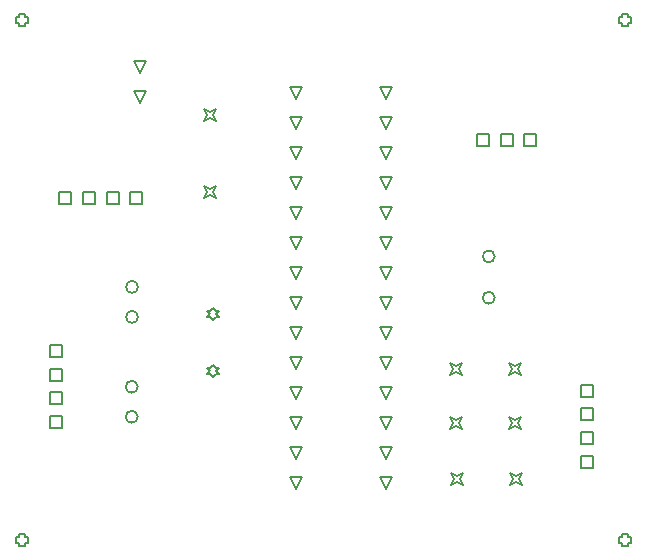
<source format=gbr>
G04*
G04 #@! TF.GenerationSoftware,Altium Limited,Altium Designer,22.4.2 (48)*
G04*
G04 Layer_Color=2752767*
%FSLAX44Y44*%
%MOMM*%
G71*
G04*
G04 #@! TF.SameCoordinates,526C220A-A096-4E3C-8F2C-01EC2D9484EB*
G04*
G04*
G04 #@! TF.FilePolarity,Positive*
G04*
G01*
G75*
%ADD40C,0.1270*%
%ADD41C,0.1693*%
D40*
X48170Y179920D02*
Y190080D01*
X58330D01*
Y179920D01*
X48170D01*
Y159920D02*
Y170080D01*
X58330D01*
Y159920D01*
X48170D01*
Y139920D02*
Y150080D01*
X58330D01*
Y139920D01*
X48170D01*
Y119920D02*
Y130080D01*
X58330D01*
Y119920D01*
X48170D01*
X125000Y420320D02*
X119920Y430480D01*
X130080D01*
X125000Y420320D01*
Y394920D02*
X119920Y405080D01*
X130080D01*
X125000Y394920D01*
X497910Y86240D02*
Y96400D01*
X508070D01*
Y86240D01*
X497910D01*
Y106240D02*
Y116400D01*
X508070D01*
Y106240D01*
X497910D01*
Y126240D02*
Y136400D01*
X508070D01*
Y126240D01*
X497910D01*
Y146240D02*
Y156400D01*
X508070D01*
Y146240D01*
X497910D01*
X186760Y211600D02*
X189300Y214140D01*
X191840D01*
X189300Y216680D01*
X191840Y219220D01*
X189300D01*
X186760Y221760D01*
X184220Y219220D01*
X181680D01*
X184220Y216680D01*
X181680Y214140D01*
X184220D01*
X186760Y211600D01*
Y162800D02*
X189300Y165340D01*
X191840D01*
X189300Y167880D01*
X191840Y170420D01*
X189300D01*
X186760Y172960D01*
X184220Y170420D01*
X181680D01*
X184220Y167880D01*
X181680Y165340D01*
X184220D01*
X186760Y162800D01*
X256610Y398020D02*
X251530Y408180D01*
X261690D01*
X256610Y398020D01*
Y372620D02*
X251530Y382780D01*
X261690D01*
X256610Y372620D01*
Y347220D02*
X251530Y357380D01*
X261690D01*
X256610Y347220D01*
Y321820D02*
X251530Y331980D01*
X261690D01*
X256610Y321820D01*
Y296420D02*
X251530Y306580D01*
X261690D01*
X256610Y296420D01*
Y271020D02*
X251530Y281180D01*
X261690D01*
X256610Y271020D01*
Y245620D02*
X251530Y255780D01*
X261690D01*
X256610Y245620D01*
Y220220D02*
X251530Y230380D01*
X261690D01*
X256610Y220220D01*
Y194820D02*
X251530Y204980D01*
X261690D01*
X256610Y194820D01*
Y169420D02*
X251530Y179580D01*
X261690D01*
X256610Y169420D01*
Y144020D02*
X251530Y154180D01*
X261690D01*
X256610Y144020D01*
Y118620D02*
X251530Y128780D01*
X261690D01*
X256610Y118620D01*
Y93220D02*
X251530Y103380D01*
X261690D01*
X256610Y93220D01*
Y67820D02*
X251530Y77980D01*
X261690D01*
X256610Y67820D01*
X332810Y398020D02*
X327730Y408180D01*
X337890D01*
X332810Y398020D01*
Y372620D02*
X327730Y382780D01*
X337890D01*
X332810Y372620D01*
Y347220D02*
X327730Y357380D01*
X337890D01*
X332810Y347220D01*
Y321820D02*
X327730Y331980D01*
X337890D01*
X332810Y321820D01*
Y296420D02*
X327730Y306580D01*
X337890D01*
X332810Y296420D01*
Y271020D02*
X327730Y281180D01*
X337890D01*
X332810Y271020D01*
Y245620D02*
X327730Y255780D01*
X337890D01*
X332810Y245620D01*
Y220220D02*
X327730Y230380D01*
X337890D01*
X332810Y220220D01*
Y194820D02*
X327730Y204980D01*
X337890D01*
X332810Y194820D01*
Y169420D02*
X327730Y179580D01*
X337890D01*
X332810Y169420D01*
Y144020D02*
X327730Y154180D01*
X337890D01*
X332810Y144020D01*
Y118620D02*
X327730Y128780D01*
X337890D01*
X332810Y118620D01*
Y93220D02*
X327730Y103380D01*
X337890D01*
X332810Y93220D01*
Y67820D02*
X327730Y77980D01*
X337890D01*
X332810Y67820D01*
X387670Y71170D02*
X390210Y76250D01*
X387670Y81330D01*
X392750Y78790D01*
X397830Y81330D01*
X395290Y76250D01*
X397830Y71170D01*
X392750Y73710D01*
X387670Y71170D01*
X437670D02*
X440210Y76250D01*
X437670Y81330D01*
X442750Y78790D01*
X447830Y81330D01*
X445290Y76250D01*
X447830Y71170D01*
X442750Y73710D01*
X437670Y71170D01*
X179140Y314420D02*
X181680Y319500D01*
X179140Y324580D01*
X184220Y322040D01*
X189300Y324580D01*
X186760Y319500D01*
X189300Y314420D01*
X184220Y316960D01*
X179140Y314420D01*
Y380020D02*
X181680Y385100D01*
X179140Y390180D01*
X184220Y387640D01*
X189300Y390180D01*
X186760Y385100D01*
X189300Y380020D01*
X184220Y382560D01*
X179140Y380020D01*
X116430Y309120D02*
Y319280D01*
X126590D01*
Y309120D01*
X116430D01*
X96430D02*
Y319280D01*
X106590D01*
Y309120D01*
X96430D01*
X76430D02*
Y319280D01*
X86590D01*
Y309120D01*
X76430D01*
X56430D02*
Y319280D01*
X66590D01*
Y309120D01*
X56430D01*
X410280Y358650D02*
Y368810D01*
X420440D01*
Y358650D01*
X410280D01*
X430280D02*
Y368810D01*
X440440D01*
Y358650D01*
X430280D01*
X450280D02*
Y368810D01*
X460440D01*
Y358650D01*
X450280D01*
X437170Y164420D02*
X439710Y169500D01*
X437170Y174580D01*
X442250Y172040D01*
X447330Y174580D01*
X444790Y169500D01*
X447330Y164420D01*
X442250Y166960D01*
X437170Y164420D01*
X387170D02*
X389710Y169500D01*
X387170Y174580D01*
X392250Y172040D01*
X397330Y174580D01*
X394790Y169500D01*
X397330Y164420D01*
X392250Y166960D01*
X387170Y164420D01*
X437170Y118920D02*
X439710Y124000D01*
X437170Y129080D01*
X442250Y126540D01*
X447330Y129080D01*
X444790Y124000D01*
X447330Y118920D01*
X442250Y121460D01*
X437170Y118920D01*
X387170D02*
X389710Y124000D01*
X387170Y129080D01*
X392250Y126540D01*
X397330Y129080D01*
X394790Y124000D01*
X397330Y118920D01*
X392250Y121460D01*
X387170Y118920D01*
X22460Y462460D02*
Y459920D01*
X27540D01*
Y462460D01*
X30080D01*
Y467540D01*
X27540D01*
Y470080D01*
X22460D01*
Y467540D01*
X19920D01*
Y462460D01*
X22460D01*
X532460Y22460D02*
Y19920D01*
X537540D01*
Y22460D01*
X540080D01*
Y27540D01*
X537540D01*
Y30080D01*
X532460D01*
Y27540D01*
X529920D01*
Y22460D01*
X532460D01*
X22460D02*
Y19920D01*
X27540D01*
Y22460D01*
X30080D01*
Y27540D01*
X27540D01*
Y30080D01*
X22460D01*
Y27540D01*
X19920D01*
Y22460D01*
X22460D01*
X532460Y462460D02*
Y459920D01*
X537540D01*
Y462460D01*
X540080D01*
Y467540D01*
X537540D01*
Y470080D01*
X532460D01*
Y467540D01*
X529920D01*
Y462460D01*
X532460D01*
D41*
X425080Y230000D02*
G03*
X425080Y230000I-5080J0D01*
G01*
Y265000D02*
G03*
X425080Y265000I-5080J0D01*
G01*
X122830Y129300D02*
G03*
X122830Y129300I-5080J0D01*
G01*
Y154700D02*
G03*
X122830Y154700I-5080J0D01*
G01*
X123080Y239200D02*
G03*
X123080Y239200I-5080J0D01*
G01*
Y213800D02*
G03*
X123080Y213800I-5080J0D01*
G01*
M02*

</source>
